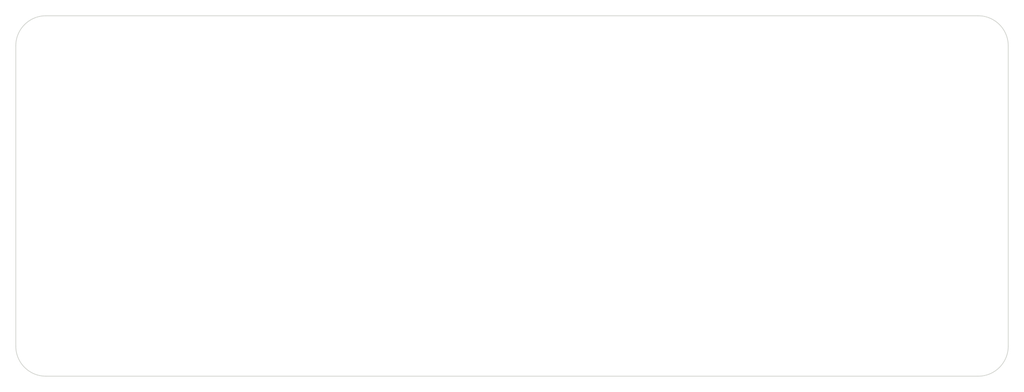
<source format=kicad_pcb>
(kicad_pcb
	(version 20240108)
	(generator "pcbnew")
	(generator_version "8.0")
	(general
		(thickness 1.6)
		(legacy_teardrops no)
	)
	(paper "A4")
	(layers
		(0 "F.Cu" signal)
		(31 "B.Cu" signal)
		(32 "B.Adhes" user "B.Adhesive")
		(33 "F.Adhes" user "F.Adhesive")
		(34 "B.Paste" user)
		(35 "F.Paste" user)
		(36 "B.SilkS" user "B.Silkscreen")
		(37 "F.SilkS" user "F.Silkscreen")
		(38 "B.Mask" user)
		(39 "F.Mask" user)
		(40 "Dwgs.User" user "User.Drawings")
		(41 "Cmts.User" user "User.Comments")
		(42 "Eco1.User" user "User.Eco1")
		(43 "Eco2.User" user "User.Eco2")
		(44 "Edge.Cuts" user)
		(45 "Margin" user)
		(46 "B.CrtYd" user "B.Courtyard")
		(47 "F.CrtYd" user "F.Courtyard")
		(48 "B.Fab" user)
		(49 "F.Fab" user)
		(50 "User.1" user)
		(51 "User.2" user)
		(52 "User.3" user)
		(53 "User.4" user)
		(54 "User.5" user)
		(55 "User.6" user)
		(56 "User.7" user)
		(57 "User.8" user)
		(58 "User.9" user)
	)
	(setup
		(pad_to_mask_clearance 0)
		(allow_soldermask_bridges_in_footprints no)
		(pcbplotparams
			(layerselection 0x00010fc_ffffffff)
			(plot_on_all_layers_selection 0x0000000_00000000)
			(disableapertmacros no)
			(usegerberextensions no)
			(usegerberattributes yes)
			(usegerberadvancedattributes yes)
			(creategerberjobfile yes)
			(dashed_line_dash_ratio 12.000000)
			(dashed_line_gap_ratio 3.000000)
			(svgprecision 4)
			(plotframeref no)
			(viasonmask no)
			(mode 1)
			(useauxorigin no)
			(hpglpennumber 1)
			(hpglpenspeed 20)
			(hpglpendiameter 15.000000)
			(pdf_front_fp_property_popups yes)
			(pdf_back_fp_property_popups yes)
			(dxfpolygonmode yes)
			(dxfimperialunits yes)
			(dxfusepcbnewfont yes)
			(psnegative no)
			(psa4output no)
			(plotreference yes)
			(plotvalue yes)
			(plotfptext yes)
			(plotinvisibletext no)
			(sketchpadsonfab no)
			(subtractmaskfromsilk no)
			(outputformat 1)
			(mirror no)
			(drillshape 1)
			(scaleselection 1)
			(outputdirectory "")
		)
	)
	(net 0 "")
	(gr_line
		(start 46 12)
		(end 46 38)
		(stroke
			(width 0.1)
			(type default)
		)
		(layer "Cmts.User")
		(uuid "9ebc39fe-33c6-433a-baf8-cd3a3f33979f")
	)
	(gr_line
		(start 12 25)
		(end 80 25)
		(stroke
			(width 0.1)
			(type default)
		)
		(layer "Cmts.User")
		(uuid "a0712be4-d8be-4d21-bbd6-28f4cf73c9c8")
	)
	(gr_arc
		(start 77 13)
		(mid 78.414214 13.585786)
		(end 79 15)
		(stroke
			(width 0.05)
			(type default)
		)
		(layer "Edge.Cuts")
		(uuid "3cf6f9a3-620f-43f3-b5a1-60ccd40d56c9")
	)
	(gr_line
		(start 79 15)
		(end 79 35)
		(stroke
			(width 0.05)
			(type default)
		)
		(layer "Edge.Cuts")
		(uuid "4fc6d0f6-5832-4cfd-bde4-00b92d8a2d88")
	)
	(gr_line
		(start 15 13)
		(end 77 13)
		(stroke
			(width 0.05)
			(type default)
		)
		(layer "Edge.Cuts")
		(uuid "5fad1bf8-f5bb-4a03-9a80-761144792ae6")
	)
	(gr_line
		(start 77 37)
		(end 15 37)
		(stroke
			(width 0.05)
			(type default)
		)
		(layer "Edge.Cuts")
		(uuid "6383ce26-205f-4eb6-8c43-4dd13d3d9cb0")
	)
	(gr_arc
		(start 79 35)
		(mid 78.414214 36.414214)
		(end 77 37)
		(stroke
			(width 0.05)
			(type default)
		)
		(layer "Edge.Cuts")
		(uuid "873fec04-cb7c-4d42-a59f-efe3aeddddbf")
	)
	(gr_arc
		(start 15 37)
		(mid 13.585786 36.414214)
		(end 13 35)
		(stroke
			(width 0.05)
			(type default)
		)
		(layer "Edge.Cuts")
		(uuid "c1bfa979-503d-4582-82ad-32646a82c5bd")
	)
	(gr_line
		(start 13 35)
		(end 13 15)
		(stroke
			(width 0.05)
			(type default)
		)
		(layer "Edge.Cuts")
		(uuid "ebd21e3b-54d0-4107-9f11-005fec090e03")
	)
	(gr_arc
		(start 13 15)
		(mid 13.585786 13.585786)
		(end 15 13)
		(stroke
			(width 0.05)
			(type default)
		)
		(layer "Edge.Cuts")
		(uuid "f0a613e9-1825-4f8c-8a54-cc215f5b3d52")
	)
	(dimension
		(type center)
		(layer "Cmts.User")
		(uuid "a95209c2-4e3b-4ad8-a714-b4936f27a163")
		(pts
			(xy 46 25) (xy 47 24)
		)
		(style
			(thickness 0.1)
			(arrow_length 1.27)
			(text_position_mode 0)
			(extension_offset 0.5) keep_text_aligned)
	)
)

</source>
